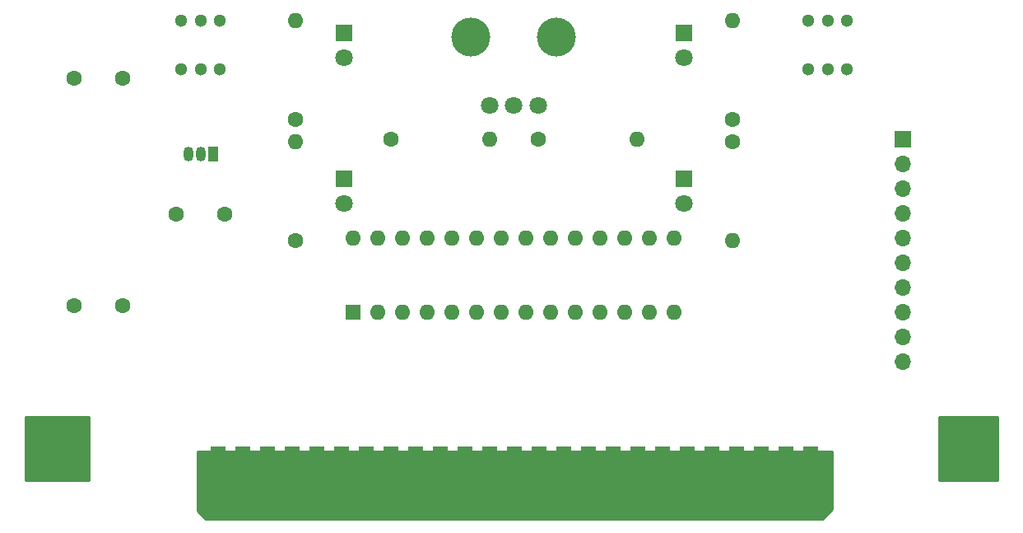
<source format=gbr>
G04 #@! TF.GenerationSoftware,KiCad,Pcbnew,(5.1.7)-1*
G04 #@! TF.CreationDate,2021-12-23T16:21:14-06:00*
G04 #@! TF.ProjectId,FmReceiverCartridge,466d5265-6365-4697-9665-724361727472,rev?*
G04 #@! TF.SameCoordinates,Original*
G04 #@! TF.FileFunction,Soldermask,Bot*
G04 #@! TF.FilePolarity,Negative*
%FSLAX46Y46*%
G04 Gerber Fmt 4.6, Leading zero omitted, Abs format (unit mm)*
G04 Created by KiCad (PCBNEW (5.1.7)-1) date 2021-12-23 16:21:14*
%MOMM*%
%LPD*%
G01*
G04 APERTURE LIST*
%ADD10C,1.600000*%
%ADD11O,1.600000X1.600000*%
%ADD12R,1.800000X1.800000*%
%ADD13C,1.800000*%
%ADD14C,5.000000*%
%ADD15R,1.500000X7.000000*%
%ADD16C,4.000000*%
%ADD17C,1.300000*%
%ADD18R,1.600000X1.600000*%
%ADD19R,1.700000X1.700000*%
%ADD20O,1.700000X1.700000*%
%ADD21O,1.050000X1.500000*%
%ADD22R,1.050000X1.500000*%
%ADD23C,0.254000*%
%ADD24C,0.100000*%
G04 APERTURE END LIST*
D10*
G04 #@! TO.C,R11*
X110250000Y-101346000D03*
D11*
X110250000Y-91186000D03*
G04 #@! TD*
D12*
G04 #@! TO.C,D4*
X115250000Y-95000000D03*
D13*
X115250000Y-97540000D03*
G04 #@! TD*
G04 #@! TO.C,D5*
X150250000Y-97540000D03*
D12*
X150250000Y-95000000D03*
G04 #@! TD*
D14*
G04 #@! TO.C,H1*
X85350000Y-122600000D03*
G04 #@! TD*
G04 #@! TO.C,H2*
X180150000Y-122600000D03*
G04 #@! TD*
D15*
G04 #@! TO.C,J2*
X163230000Y-126000000D03*
X160690000Y-126000000D03*
X158150000Y-126000000D03*
X155610000Y-126000000D03*
X153070000Y-126000000D03*
X150530000Y-126000000D03*
X147990000Y-126000000D03*
X145450000Y-126000000D03*
X142910000Y-126000000D03*
X140370000Y-126000000D03*
X137830000Y-126000000D03*
X135290000Y-126000000D03*
X132750000Y-126000000D03*
X130210000Y-126000000D03*
X127670000Y-126000000D03*
X125130000Y-126000000D03*
X122590000Y-126000000D03*
X120050000Y-126000000D03*
X117510000Y-126000000D03*
X114970000Y-126000000D03*
X112430000Y-126000000D03*
X109890000Y-126000000D03*
X107350000Y-126000000D03*
X104810000Y-126000000D03*
X102270000Y-126000000D03*
G04 #@! TD*
D10*
G04 #@! TO.C,C4*
X92456000Y-84728000D03*
X87456000Y-84728000D03*
G04 #@! TD*
G04 #@! TO.C,C5*
X87456000Y-108096000D03*
X92456000Y-108096000D03*
G04 #@! TD*
D13*
G04 #@! TO.C,D1*
X115250000Y-82540000D03*
D12*
X115250000Y-80000000D03*
G04 #@! TD*
G04 #@! TO.C,D2*
X150250000Y-80000000D03*
D13*
X150250000Y-82540000D03*
G04 #@! TD*
D11*
G04 #@! TO.C,R4*
X110250000Y-78740000D03*
D10*
X110250000Y-88900000D03*
G04 #@! TD*
G04 #@! TO.C,R5*
X155250000Y-88900000D03*
D11*
X155250000Y-78740000D03*
G04 #@! TD*
D10*
G04 #@! TO.C,R12*
X155250000Y-91186000D03*
D11*
X155250000Y-101346000D03*
G04 #@! TD*
D10*
G04 #@! TO.C,C1*
X98000000Y-98660000D03*
X103000000Y-98660000D03*
G04 #@! TD*
D11*
G04 #@! TO.C,R1*
X145375000Y-90932000D03*
D10*
X135215000Y-90932000D03*
G04 #@! TD*
G04 #@! TO.C,R2*
X120055000Y-90932000D03*
D11*
X130215000Y-90932000D03*
G04 #@! TD*
D13*
G04 #@! TO.C,RV1*
X130215000Y-87500000D03*
X132715000Y-87500000D03*
X135215000Y-87500000D03*
D16*
X128315000Y-80500000D03*
X137115000Y-80500000D03*
G04 #@! TD*
D17*
G04 #@! TO.C,SW1*
X102500000Y-78770000D03*
X100500000Y-78770000D03*
X98500000Y-78770000D03*
X102500000Y-83770000D03*
X100500000Y-83770000D03*
X98500000Y-83770000D03*
G04 #@! TD*
G04 #@! TO.C,SW2*
X163000000Y-83770000D03*
X165000000Y-83770000D03*
X167000000Y-83770000D03*
X163000000Y-78770000D03*
X165000000Y-78770000D03*
X167000000Y-78770000D03*
G04 #@! TD*
D18*
G04 #@! TO.C,U1*
X116205000Y-108712000D03*
D11*
X149225000Y-101092000D03*
X118745000Y-108712000D03*
X146685000Y-101092000D03*
X121285000Y-108712000D03*
X144145000Y-101092000D03*
X123825000Y-108712000D03*
X141605000Y-101092000D03*
X126365000Y-108712000D03*
X139065000Y-101092000D03*
X128905000Y-108712000D03*
X136525000Y-101092000D03*
X131445000Y-108712000D03*
X133985000Y-101092000D03*
X133985000Y-108712000D03*
X131445000Y-101092000D03*
X136525000Y-108712000D03*
X128905000Y-101092000D03*
X139065000Y-108712000D03*
X126365000Y-101092000D03*
X141605000Y-108712000D03*
X123825000Y-101092000D03*
X144145000Y-108712000D03*
X121285000Y-101092000D03*
X146685000Y-108712000D03*
X118745000Y-101092000D03*
X149225000Y-108712000D03*
X116205000Y-101092000D03*
G04 #@! TD*
D19*
G04 #@! TO.C,U2*
X172720000Y-90932000D03*
D20*
X172720000Y-93472000D03*
X172720000Y-96012000D03*
X172720000Y-98552000D03*
X172720000Y-101092000D03*
X172720000Y-103632000D03*
X172720000Y-106172000D03*
X172720000Y-108712000D03*
X172720000Y-111252000D03*
X172720000Y-113792000D03*
G04 #@! TD*
D21*
G04 #@! TO.C,U3*
X100500000Y-92456000D03*
X99230000Y-92456000D03*
D22*
X101770000Y-92456000D03*
G04 #@! TD*
D23*
X165480000Y-129000000D02*
X164480000Y-130000000D01*
X101020000Y-130000000D01*
X100203000Y-129183000D01*
X100203000Y-123063000D01*
X165480000Y-123063000D01*
X165480000Y-129000000D01*
D24*
G36*
X165480000Y-129000000D02*
G01*
X164480000Y-130000000D01*
X101020000Y-130000000D01*
X100203000Y-129183000D01*
X100203000Y-123063000D01*
X165480000Y-123063000D01*
X165480000Y-129000000D01*
G37*
D23*
X89000000Y-126000000D02*
X82500000Y-126000000D01*
X82500000Y-119507000D01*
X89000000Y-119507000D01*
X89000000Y-126000000D01*
D24*
G36*
X89000000Y-126000000D02*
G01*
X82500000Y-126000000D01*
X82500000Y-119507000D01*
X89000000Y-119507000D01*
X89000000Y-126000000D01*
G37*
D23*
X182499000Y-126000000D02*
X176500000Y-126000000D01*
X176500000Y-119507000D01*
X182499000Y-119507000D01*
X182499000Y-126000000D01*
D24*
G36*
X182499000Y-126000000D02*
G01*
X176500000Y-126000000D01*
X176500000Y-119507000D01*
X182499000Y-119507000D01*
X182499000Y-126000000D01*
G37*
M02*

</source>
